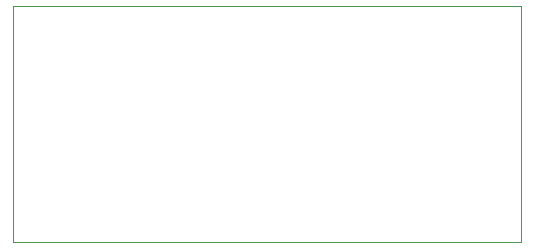
<source format=gbr>
G04 #@! TF.GenerationSoftware,KiCad,Pcbnew,(5.1.10)-1*
G04 #@! TF.CreationDate,2021-07-09T15:56:30+09:00*
G04 #@! TF.ProjectId,esp_flasher,6573705f-666c-4617-9368-65722e6b6963,rev?*
G04 #@! TF.SameCoordinates,Original*
G04 #@! TF.FileFunction,Profile,NP*
%FSLAX46Y46*%
G04 Gerber Fmt 4.6, Leading zero omitted, Abs format (unit mm)*
G04 Created by KiCad (PCBNEW (5.1.10)-1) date 2021-07-09 15:56:30*
%MOMM*%
%LPD*%
G01*
G04 APERTURE LIST*
G04 #@! TA.AperFunction,Profile*
%ADD10C,0.050000*%
G04 #@! TD*
G04 APERTURE END LIST*
D10*
X0Y-20000000D02*
X0Y0D01*
X43000000Y-20000000D02*
X0Y-20000000D01*
X43000000Y0D02*
X43000000Y-20000000D01*
X0Y0D02*
X43000000Y0D01*
M02*

</source>
